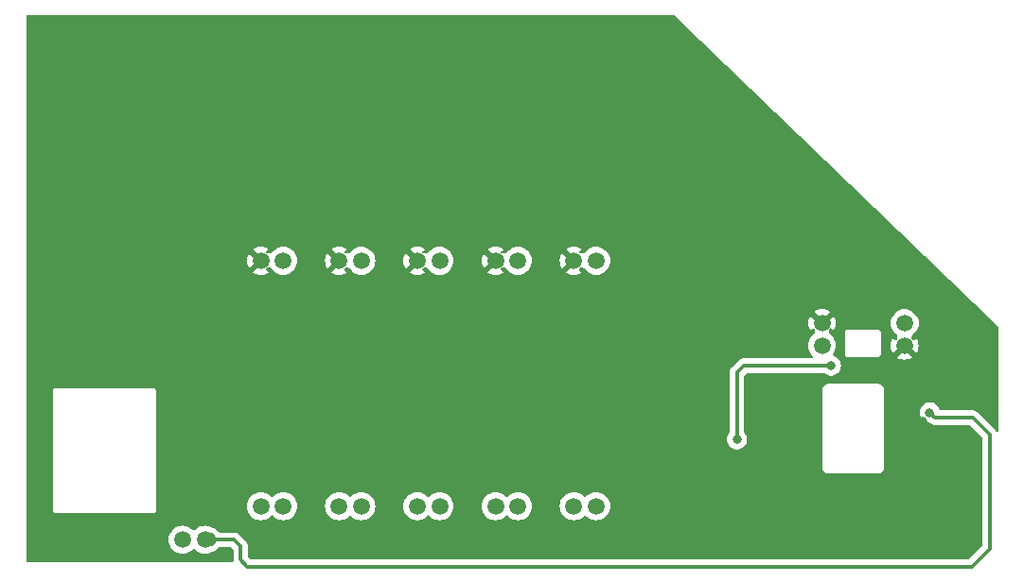
<source format=gbr>
%TF.GenerationSoftware,KiCad,Pcbnew,7.0.1*%
%TF.CreationDate,2023-07-02T20:59:24-04:00*%
%TF.ProjectId,business_card,62757369-6e65-4737-935f-636172642e6b,rev?*%
%TF.SameCoordinates,Original*%
%TF.FileFunction,Copper,L2,Bot*%
%TF.FilePolarity,Positive*%
%FSLAX46Y46*%
G04 Gerber Fmt 4.6, Leading zero omitted, Abs format (unit mm)*
G04 Created by KiCad (PCBNEW 7.0.1) date 2023-07-02 20:59:24*
%MOMM*%
%LPD*%
G01*
G04 APERTURE LIST*
%TA.AperFunction,ComponentPad*%
%ADD10C,1.500000*%
%TD*%
%TA.AperFunction,ViaPad*%
%ADD11C,0.800000*%
%TD*%
%TA.AperFunction,Conductor*%
%ADD12C,0.300000*%
%TD*%
G04 APERTURE END LIST*
D10*
%TO.P,C2,1*%
%TO.N,/3V3_SUPPLY*%
X109200000Y-58600000D03*
%TO.P,C2,2*%
%TO.N,GND*%
X109200000Y-56600000D03*
%TD*%
%TO.P,C1,1*%
%TO.N,/5V_USB*%
X116600000Y-56600000D03*
%TO.P,C1,2*%
%TO.N,GND*%
X116600000Y-58600000D03*
%TD*%
%TO.P,R6,1*%
%TO.N,Net-(BZ1-+)*%
X52000000Y-76000000D03*
%TO.P,R6,2*%
%TO.N,Net-(U1-PB1)*%
X54000000Y-76000000D03*
%TD*%
%TO.P,R5,1*%
%TO.N,Net-(U1-PA0)*%
X61000000Y-73000000D03*
%TO.P,R5,2*%
%TO.N,Net-(D5-A)*%
X59000000Y-73000000D03*
%TD*%
%TO.P,R4,1*%
%TO.N,Net-(U1-PA1)*%
X68000000Y-73000000D03*
%TO.P,R4,2*%
%TO.N,Net-(D4-A)*%
X66000000Y-73000000D03*
%TD*%
%TO.P,R3,1*%
%TO.N,Net-(U1-PA2)*%
X75000000Y-73000000D03*
%TO.P,R3,2*%
%TO.N,Net-(D3-A)*%
X73000000Y-73000000D03*
%TD*%
%TO.P,R2,1*%
%TO.N,Net-(U1-PA4)*%
X89000000Y-73000000D03*
%TO.P,R2,2*%
%TO.N,Net-(D2-A)*%
X87000000Y-73000000D03*
%TD*%
%TO.P,D5,1,K*%
%TO.N,GND*%
X59000000Y-51000000D03*
%TO.P,D5,2,A*%
%TO.N,Net-(D5-A)*%
X61000000Y-51000000D03*
%TD*%
%TO.P,D4,1,K*%
%TO.N,GND*%
X66000000Y-51000000D03*
%TO.P,D4,2,A*%
%TO.N,Net-(D4-A)*%
X68000000Y-51000000D03*
%TD*%
%TO.P,D3,1,K*%
%TO.N,GND*%
X73000000Y-51000000D03*
%TO.P,D3,2,A*%
%TO.N,Net-(D3-A)*%
X75000000Y-51000000D03*
%TD*%
%TO.P,D2,1,K*%
%TO.N,GND*%
X87000000Y-51000000D03*
%TO.P,D2,2,A*%
%TO.N,Net-(D2-A)*%
X89000000Y-51000000D03*
%TD*%
%TO.P,R1,1*%
%TO.N,Net-(U1-PA3)*%
X82000000Y-73000000D03*
%TO.P,R1,2*%
%TO.N,Net-(D1-A)*%
X80000000Y-73000000D03*
%TD*%
%TO.P,D1,1,K*%
%TO.N,GND*%
X80000000Y-51000000D03*
%TO.P,D1,2,A*%
%TO.N,Net-(D1-A)*%
X82000000Y-51000000D03*
%TD*%
D11*
%TO.N,GND*%
X115600000Y-50400000D03*
X116800000Y-50400000D03*
X116200000Y-49400000D03*
X39000000Y-77200000D03*
X40200000Y-77200000D03*
X39600000Y-76200000D03*
X38800000Y-30600000D03*
X40000000Y-30600000D03*
X39400000Y-29600000D03*
X95000000Y-30800000D03*
X96200000Y-30800000D03*
X95600000Y-29800000D03*
X122800000Y-57400000D03*
X124000000Y-57400000D03*
X123400000Y-56400000D03*
X121200000Y-75800000D03*
X120600000Y-76800000D03*
X121800000Y-76800000D03*
X118188385Y-65414285D03*
X118000000Y-60400000D03*
X116600000Y-60400000D03*
X111000000Y-48200000D03*
X112800000Y-54600000D03*
%TO.N,/3V3_SUPPLY*%
X101600000Y-67000000D03*
X110000000Y-60400000D03*
%TO.N,Net-(U1-PB1)*%
X118850500Y-64600000D03*
%TD*%
D12*
%TO.N,Net-(U1-PB1)*%
X56600000Y-76000000D02*
X54800000Y-76000000D01*
X57200000Y-76600000D02*
X56600000Y-76000000D01*
X57200000Y-77800000D02*
X57200000Y-76600000D01*
X57800000Y-78400000D02*
X57200000Y-77800000D01*
X124200000Y-76800000D02*
X122600000Y-78400000D01*
X119315500Y-65065000D02*
X122665000Y-65065000D01*
X122600000Y-78400000D02*
X57800000Y-78400000D01*
X118850500Y-64600000D02*
X119315500Y-65065000D01*
X124200000Y-66600000D02*
X124200000Y-76800000D01*
X122665000Y-65065000D02*
X124200000Y-66600000D01*
%TO.N,/3V3_SUPPLY*%
X101600000Y-61000000D02*
X101600000Y-67000000D01*
X102200000Y-60400000D02*
X101600000Y-61000000D01*
X110000000Y-60400000D02*
X102200000Y-60400000D01*
%TO.N,Net-(U1-PB1)*%
X54800000Y-76200000D02*
X54600000Y-76400000D01*
X54800000Y-76000000D02*
X54800000Y-76200000D01*
X54800000Y-75800000D02*
X54600000Y-75600000D01*
X54800000Y-76000000D02*
X54800000Y-75800000D01*
X54800000Y-76000000D02*
X54150000Y-76000000D01*
%TD*%
%TA.AperFunction,Conductor*%
%TO.N,GND*%
G36*
X95996353Y-29009027D02*
G01*
X96036035Y-29034793D01*
X96128429Y-29124000D01*
X124962130Y-56963436D01*
X124990140Y-57004186D01*
X125000000Y-57052642D01*
X125000000Y-66212776D01*
X124984662Y-66272514D01*
X124942442Y-66317473D01*
X124883786Y-66336531D01*
X124823203Y-66324974D01*
X124775682Y-66285661D01*
X124747738Y-66247199D01*
X124741325Y-66237436D01*
X124718084Y-66198138D01*
X124718081Y-66198135D01*
X124703068Y-66183122D01*
X124690435Y-66168330D01*
X124677963Y-66151163D01*
X124642779Y-66122056D01*
X124634140Y-66114194D01*
X123185434Y-64665488D01*
X123172091Y-64648833D01*
X123119166Y-64599134D01*
X123116369Y-64596423D01*
X123096034Y-64576088D01*
X123092547Y-64573383D01*
X123083671Y-64565801D01*
X123050394Y-64534552D01*
X123031793Y-64524326D01*
X123015532Y-64513645D01*
X122998764Y-64500638D01*
X122956870Y-64482508D01*
X122946379Y-64477369D01*
X122906367Y-64455372D01*
X122885800Y-64450091D01*
X122867398Y-64443791D01*
X122847924Y-64435364D01*
X122802837Y-64428223D01*
X122791398Y-64425854D01*
X122747178Y-64414500D01*
X122747177Y-64414500D01*
X122725955Y-64414500D01*
X122706556Y-64412973D01*
X122685596Y-64409653D01*
X122685595Y-64409653D01*
X122663558Y-64411736D01*
X122640139Y-64413950D01*
X122628470Y-64414500D01*
X119827161Y-64414500D01*
X119776726Y-64403780D01*
X119735011Y-64373472D01*
X119709230Y-64328818D01*
X119677679Y-64231715D01*
X119583033Y-64067783D01*
X119456370Y-63927110D01*
X119303230Y-63815848D01*
X119130302Y-63738855D01*
X118945148Y-63699500D01*
X118945146Y-63699500D01*
X118755854Y-63699500D01*
X118755852Y-63699500D01*
X118570697Y-63738855D01*
X118397769Y-63815848D01*
X118244629Y-63927110D01*
X118117966Y-64067783D01*
X118023320Y-64231715D01*
X117964826Y-64411742D01*
X117945040Y-64599999D01*
X117964826Y-64788257D01*
X118023320Y-64968284D01*
X118117966Y-65132216D01*
X118244629Y-65272889D01*
X118397769Y-65384151D01*
X118570697Y-65461144D01*
X118755852Y-65500500D01*
X118755854Y-65500500D01*
X118779692Y-65500500D01*
X118827146Y-65509939D01*
X118867375Y-65536820D01*
X118884465Y-65553911D01*
X118887942Y-65556608D01*
X118896825Y-65564194D01*
X118930107Y-65595448D01*
X118940751Y-65601299D01*
X118948704Y-65605672D01*
X118964964Y-65616352D01*
X118981736Y-65629362D01*
X119023640Y-65647495D01*
X119034120Y-65652629D01*
X119074132Y-65674627D01*
X119094695Y-65679906D01*
X119113098Y-65686207D01*
X119132573Y-65694635D01*
X119177675Y-65701778D01*
X119189070Y-65704137D01*
X119233323Y-65715500D01*
X119254551Y-65715500D01*
X119273949Y-65717026D01*
X119294905Y-65720346D01*
X119340351Y-65716050D01*
X119352021Y-65715500D01*
X122344192Y-65715500D01*
X122391645Y-65724939D01*
X122431873Y-65751819D01*
X123513181Y-66833126D01*
X123540061Y-66873354D01*
X123549500Y-66920807D01*
X123549500Y-76479192D01*
X123540061Y-76526645D01*
X123513181Y-76566873D01*
X122366873Y-77713181D01*
X122326645Y-77740061D01*
X122279192Y-77749500D01*
X58120808Y-77749500D01*
X58073355Y-77740061D01*
X58033127Y-77713181D01*
X57886819Y-77566873D01*
X57859939Y-77526645D01*
X57850500Y-77479192D01*
X57850500Y-76685504D01*
X57852841Y-76664294D01*
X57852704Y-76659939D01*
X57850560Y-76591736D01*
X57850500Y-76587842D01*
X57850500Y-76559081D01*
X57850500Y-76559075D01*
X57849946Y-76554695D01*
X57849030Y-76543054D01*
X57847597Y-76497431D01*
X57841675Y-76477048D01*
X57837732Y-76458011D01*
X57835071Y-76436942D01*
X57818264Y-76394492D01*
X57814483Y-76383448D01*
X57801745Y-76339604D01*
X57801744Y-76339603D01*
X57801744Y-76339601D01*
X57790934Y-76321322D01*
X57782380Y-76303862D01*
X57774568Y-76284129D01*
X57747723Y-76247180D01*
X57741332Y-76237451D01*
X57718081Y-76198135D01*
X57703068Y-76183122D01*
X57690435Y-76168330D01*
X57677963Y-76151163D01*
X57642779Y-76122056D01*
X57634140Y-76114194D01*
X57120434Y-75600488D01*
X57107091Y-75583833D01*
X57054166Y-75534134D01*
X57051369Y-75531423D01*
X57031034Y-75511088D01*
X57027547Y-75508383D01*
X57018671Y-75500801D01*
X56985394Y-75469552D01*
X56966793Y-75459326D01*
X56950532Y-75448645D01*
X56933764Y-75435638D01*
X56891870Y-75417508D01*
X56881379Y-75412369D01*
X56841367Y-75390372D01*
X56820800Y-75385091D01*
X56802398Y-75378791D01*
X56782924Y-75370364D01*
X56737837Y-75363223D01*
X56726398Y-75360854D01*
X56682178Y-75349500D01*
X56682177Y-75349500D01*
X56660955Y-75349500D01*
X56641556Y-75347973D01*
X56620596Y-75344653D01*
X56620595Y-75344653D01*
X56598558Y-75346736D01*
X56575139Y-75348950D01*
X56563470Y-75349500D01*
X55320808Y-75349500D01*
X55273355Y-75340061D01*
X55233127Y-75313181D01*
X55031039Y-75111092D01*
X54933764Y-75035638D01*
X54782924Y-74970364D01*
X54716580Y-74959856D01*
X54664857Y-74938959D01*
X54627639Y-74912898D01*
X54536205Y-74870261D01*
X54429331Y-74820425D01*
X54217974Y-74763792D01*
X54000000Y-74744722D01*
X53782025Y-74763792D01*
X53570668Y-74820425D01*
X53372361Y-74912898D01*
X53193122Y-75038402D01*
X53087681Y-75143844D01*
X53032094Y-75175938D01*
X52967906Y-75175938D01*
X52912319Y-75143844D01*
X52806880Y-75038405D01*
X52806877Y-75038402D01*
X52627639Y-74912898D01*
X52536205Y-74870261D01*
X52429331Y-74820425D01*
X52217974Y-74763792D01*
X52000000Y-74744722D01*
X51782025Y-74763792D01*
X51570668Y-74820425D01*
X51372361Y-74912898D01*
X51193122Y-75038402D01*
X51038402Y-75193122D01*
X50912898Y-75372361D01*
X50820425Y-75570668D01*
X50763792Y-75782025D01*
X50744722Y-75999999D01*
X50763792Y-76217974D01*
X50820425Y-76429331D01*
X50870261Y-76536205D01*
X50912898Y-76627639D01*
X51038402Y-76806877D01*
X51193123Y-76961598D01*
X51372361Y-77087102D01*
X51570670Y-77179575D01*
X51782023Y-77236207D01*
X52000000Y-77255277D01*
X52217977Y-77236207D01*
X52429330Y-77179575D01*
X52627639Y-77087102D01*
X52806877Y-76961598D01*
X52912318Y-76856156D01*
X52967906Y-76824062D01*
X53032094Y-76824062D01*
X53087681Y-76856156D01*
X53193123Y-76961598D01*
X53372361Y-77087102D01*
X53570670Y-77179575D01*
X53782023Y-77236207D01*
X54000000Y-77255277D01*
X54217977Y-77236207D01*
X54429330Y-77179575D01*
X54627639Y-77087102D01*
X54654116Y-77068561D01*
X54690643Y-77051061D01*
X54702565Y-77047597D01*
X54702569Y-77047597D01*
X54860398Y-77001744D01*
X55001865Y-76918081D01*
X55199518Y-76720426D01*
X55216163Y-76707093D01*
X55217937Y-76705203D01*
X55217940Y-76705202D01*
X55232574Y-76689617D01*
X55273721Y-76660699D01*
X55322968Y-76650500D01*
X56279192Y-76650500D01*
X56326645Y-76659939D01*
X56366873Y-76686819D01*
X56513181Y-76833127D01*
X56540061Y-76873355D01*
X56549500Y-76920808D01*
X56549500Y-77714495D01*
X56547158Y-77735704D01*
X56549439Y-77808262D01*
X56549500Y-77812157D01*
X56549500Y-77840926D01*
X56550053Y-77845307D01*
X56550968Y-77856938D01*
X56551445Y-77872101D01*
X56536169Y-77935735D01*
X56490628Y-77982731D01*
X56427506Y-78000000D01*
X38124000Y-78000000D01*
X38062000Y-77983387D01*
X38016613Y-77938000D01*
X38000000Y-77876000D01*
X38000000Y-73431755D01*
X40399500Y-73431755D01*
X40419126Y-73492159D01*
X40419127Y-73492160D01*
X40456458Y-73543542D01*
X40507840Y-73580873D01*
X40568244Y-73600500D01*
X40599901Y-73600500D01*
X40600000Y-73600500D01*
X40600500Y-73600500D01*
X49399500Y-73600500D01*
X49400099Y-73600500D01*
X49431755Y-73600500D01*
X49431756Y-73600500D01*
X49492160Y-73580873D01*
X49543542Y-73543542D01*
X49580873Y-73492160D01*
X49600500Y-73431756D01*
X49600500Y-73400000D01*
X49600500Y-73399500D01*
X49600500Y-72999999D01*
X57744722Y-72999999D01*
X57763792Y-73217974D01*
X57820425Y-73429331D01*
X57849723Y-73492160D01*
X57912898Y-73627639D01*
X58038402Y-73806877D01*
X58193123Y-73961598D01*
X58372361Y-74087102D01*
X58570670Y-74179575D01*
X58782023Y-74236207D01*
X59000000Y-74255277D01*
X59217977Y-74236207D01*
X59429330Y-74179575D01*
X59627639Y-74087102D01*
X59806877Y-73961598D01*
X59912321Y-73856153D01*
X59967905Y-73824062D01*
X60032092Y-73824062D01*
X60087680Y-73856155D01*
X60193123Y-73961598D01*
X60372361Y-74087102D01*
X60570670Y-74179575D01*
X60782023Y-74236207D01*
X61000000Y-74255277D01*
X61217977Y-74236207D01*
X61429330Y-74179575D01*
X61627639Y-74087102D01*
X61806877Y-73961598D01*
X61961598Y-73806877D01*
X62087102Y-73627639D01*
X62179575Y-73429330D01*
X62236207Y-73217977D01*
X62255277Y-73000000D01*
X62255277Y-72999999D01*
X64744722Y-72999999D01*
X64763792Y-73217974D01*
X64820425Y-73429331D01*
X64849723Y-73492160D01*
X64912898Y-73627639D01*
X65038402Y-73806877D01*
X65193123Y-73961598D01*
X65372361Y-74087102D01*
X65570670Y-74179575D01*
X65782023Y-74236207D01*
X66000000Y-74255277D01*
X66217977Y-74236207D01*
X66429330Y-74179575D01*
X66627639Y-74087102D01*
X66806877Y-73961598D01*
X66912321Y-73856153D01*
X66967905Y-73824062D01*
X67032092Y-73824062D01*
X67087680Y-73856155D01*
X67193123Y-73961598D01*
X67372361Y-74087102D01*
X67570670Y-74179575D01*
X67782023Y-74236207D01*
X68000000Y-74255277D01*
X68217977Y-74236207D01*
X68429330Y-74179575D01*
X68627639Y-74087102D01*
X68806877Y-73961598D01*
X68961598Y-73806877D01*
X69087102Y-73627639D01*
X69179575Y-73429330D01*
X69236207Y-73217977D01*
X69255277Y-73000000D01*
X69255277Y-72999999D01*
X71744722Y-72999999D01*
X71763792Y-73217974D01*
X71820425Y-73429331D01*
X71849723Y-73492160D01*
X71912898Y-73627639D01*
X72038402Y-73806877D01*
X72193123Y-73961598D01*
X72372361Y-74087102D01*
X72570670Y-74179575D01*
X72782023Y-74236207D01*
X73000000Y-74255277D01*
X73217977Y-74236207D01*
X73429330Y-74179575D01*
X73627639Y-74087102D01*
X73806877Y-73961598D01*
X73912321Y-73856153D01*
X73967905Y-73824062D01*
X74032092Y-73824062D01*
X74087680Y-73856155D01*
X74193123Y-73961598D01*
X74372361Y-74087102D01*
X74570670Y-74179575D01*
X74782023Y-74236207D01*
X75000000Y-74255277D01*
X75217977Y-74236207D01*
X75429330Y-74179575D01*
X75627639Y-74087102D01*
X75806877Y-73961598D01*
X75961598Y-73806877D01*
X76087102Y-73627639D01*
X76179575Y-73429330D01*
X76236207Y-73217977D01*
X76255277Y-73000000D01*
X78744722Y-73000000D01*
X78763792Y-73217974D01*
X78820425Y-73429331D01*
X78849723Y-73492160D01*
X78912898Y-73627639D01*
X79038402Y-73806877D01*
X79193123Y-73961598D01*
X79372361Y-74087102D01*
X79570670Y-74179575D01*
X79782023Y-74236207D01*
X80000000Y-74255277D01*
X80217977Y-74236207D01*
X80429330Y-74179575D01*
X80627639Y-74087102D01*
X80806877Y-73961598D01*
X80912321Y-73856153D01*
X80967905Y-73824062D01*
X81032092Y-73824062D01*
X81087680Y-73856155D01*
X81193123Y-73961598D01*
X81372361Y-74087102D01*
X81570670Y-74179575D01*
X81782023Y-74236207D01*
X82000000Y-74255277D01*
X82217977Y-74236207D01*
X82429330Y-74179575D01*
X82627639Y-74087102D01*
X82806877Y-73961598D01*
X82961598Y-73806877D01*
X83087102Y-73627639D01*
X83179575Y-73429330D01*
X83236207Y-73217977D01*
X83255277Y-73000000D01*
X85744722Y-73000000D01*
X85763792Y-73217974D01*
X85820425Y-73429331D01*
X85849723Y-73492160D01*
X85912898Y-73627639D01*
X86038402Y-73806877D01*
X86193123Y-73961598D01*
X86372361Y-74087102D01*
X86570670Y-74179575D01*
X86782023Y-74236207D01*
X87000000Y-74255277D01*
X87217977Y-74236207D01*
X87429330Y-74179575D01*
X87627639Y-74087102D01*
X87806877Y-73961598D01*
X87912321Y-73856153D01*
X87967905Y-73824062D01*
X88032092Y-73824062D01*
X88087680Y-73856155D01*
X88193123Y-73961598D01*
X88372361Y-74087102D01*
X88570670Y-74179575D01*
X88782023Y-74236207D01*
X89000000Y-74255277D01*
X89217977Y-74236207D01*
X89429330Y-74179575D01*
X89627639Y-74087102D01*
X89806877Y-73961598D01*
X89961598Y-73806877D01*
X90087102Y-73627639D01*
X90179575Y-73429330D01*
X90236207Y-73217977D01*
X90255277Y-73000000D01*
X90236207Y-72782023D01*
X90179575Y-72570670D01*
X90087102Y-72372362D01*
X89961598Y-72193123D01*
X89806877Y-72038402D01*
X89627639Y-71912898D01*
X89536205Y-71870261D01*
X89429331Y-71820425D01*
X89217974Y-71763792D01*
X88999999Y-71744722D01*
X88782025Y-71763792D01*
X88570668Y-71820425D01*
X88372361Y-71912898D01*
X88193122Y-72038402D01*
X88087681Y-72143844D01*
X88032094Y-72175938D01*
X87967906Y-72175938D01*
X87912319Y-72143844D01*
X87806880Y-72038405D01*
X87806879Y-72038404D01*
X87806877Y-72038402D01*
X87627639Y-71912898D01*
X87536205Y-71870261D01*
X87429331Y-71820425D01*
X87217974Y-71763792D01*
X86999999Y-71744722D01*
X86782025Y-71763792D01*
X86570668Y-71820425D01*
X86372361Y-71912898D01*
X86193122Y-72038402D01*
X86038402Y-72193122D01*
X85912898Y-72372361D01*
X85820425Y-72570668D01*
X85763792Y-72782025D01*
X85744722Y-73000000D01*
X83255277Y-73000000D01*
X83236207Y-72782023D01*
X83179575Y-72570670D01*
X83087102Y-72372362D01*
X82961598Y-72193123D01*
X82806877Y-72038402D01*
X82627639Y-71912898D01*
X82536205Y-71870261D01*
X82429331Y-71820425D01*
X82217974Y-71763792D01*
X81999999Y-71744722D01*
X81782025Y-71763792D01*
X81570668Y-71820425D01*
X81372361Y-71912898D01*
X81193122Y-72038402D01*
X81087681Y-72143844D01*
X81032094Y-72175938D01*
X80967906Y-72175938D01*
X80912319Y-72143844D01*
X80806880Y-72038405D01*
X80806879Y-72038404D01*
X80806877Y-72038402D01*
X80627639Y-71912898D01*
X80536205Y-71870261D01*
X80429331Y-71820425D01*
X80217974Y-71763792D01*
X79999999Y-71744722D01*
X79782025Y-71763792D01*
X79570668Y-71820425D01*
X79372361Y-71912898D01*
X79193122Y-72038402D01*
X79038402Y-72193122D01*
X78912898Y-72372361D01*
X78820425Y-72570668D01*
X78763792Y-72782025D01*
X78744722Y-73000000D01*
X76255277Y-73000000D01*
X76236207Y-72782023D01*
X76179575Y-72570670D01*
X76087102Y-72372362D01*
X75961598Y-72193123D01*
X75806877Y-72038402D01*
X75627639Y-71912898D01*
X75536205Y-71870261D01*
X75429331Y-71820425D01*
X75217974Y-71763792D01*
X74999999Y-71744722D01*
X74782025Y-71763792D01*
X74570668Y-71820425D01*
X74372361Y-71912898D01*
X74193122Y-72038402D01*
X74087681Y-72143844D01*
X74032094Y-72175938D01*
X73967906Y-72175938D01*
X73912319Y-72143844D01*
X73806880Y-72038405D01*
X73806879Y-72038404D01*
X73806877Y-72038402D01*
X73627639Y-71912898D01*
X73536205Y-71870261D01*
X73429331Y-71820425D01*
X73217974Y-71763792D01*
X72999999Y-71744722D01*
X72782025Y-71763792D01*
X72570668Y-71820425D01*
X72372361Y-71912898D01*
X72193122Y-72038402D01*
X72038402Y-72193122D01*
X71912898Y-72372361D01*
X71820425Y-72570668D01*
X71763792Y-72782025D01*
X71744722Y-72999999D01*
X69255277Y-72999999D01*
X69236207Y-72782023D01*
X69179575Y-72570670D01*
X69087102Y-72372362D01*
X68961598Y-72193123D01*
X68806877Y-72038402D01*
X68627639Y-71912898D01*
X68536205Y-71870261D01*
X68429331Y-71820425D01*
X68217974Y-71763792D01*
X67999999Y-71744722D01*
X67782025Y-71763792D01*
X67570668Y-71820425D01*
X67372361Y-71912898D01*
X67193121Y-72038403D01*
X67087679Y-72143844D01*
X67032092Y-72175937D01*
X66967905Y-72175937D01*
X66912318Y-72143843D01*
X66806880Y-72038405D01*
X66806879Y-72038404D01*
X66806877Y-72038402D01*
X66627639Y-71912898D01*
X66536205Y-71870261D01*
X66429331Y-71820425D01*
X66217974Y-71763792D01*
X65999999Y-71744722D01*
X65782025Y-71763792D01*
X65570668Y-71820425D01*
X65372361Y-71912898D01*
X65193122Y-72038402D01*
X65038402Y-72193122D01*
X64912898Y-72372361D01*
X64820425Y-72570668D01*
X64763792Y-72782025D01*
X64744722Y-72999999D01*
X62255277Y-72999999D01*
X62236207Y-72782023D01*
X62179575Y-72570670D01*
X62087102Y-72372362D01*
X61961598Y-72193123D01*
X61806877Y-72038402D01*
X61627639Y-71912898D01*
X61536205Y-71870261D01*
X61429331Y-71820425D01*
X61217974Y-71763792D01*
X60999999Y-71744722D01*
X60782025Y-71763792D01*
X60570668Y-71820425D01*
X60372361Y-71912898D01*
X60193121Y-72038403D01*
X60087679Y-72143844D01*
X60032092Y-72175937D01*
X59967905Y-72175937D01*
X59912318Y-72143843D01*
X59806880Y-72038405D01*
X59806879Y-72038404D01*
X59806877Y-72038402D01*
X59627639Y-71912898D01*
X59536205Y-71870261D01*
X59429331Y-71820425D01*
X59217974Y-71763792D01*
X58999999Y-71744722D01*
X58782025Y-71763792D01*
X58570668Y-71820425D01*
X58372361Y-71912898D01*
X58193122Y-72038402D01*
X58038402Y-72193122D01*
X57912898Y-72372361D01*
X57820425Y-72570668D01*
X57763792Y-72782025D01*
X57744722Y-72999999D01*
X49600500Y-72999999D01*
X49600500Y-69596394D01*
X109249500Y-69596394D01*
X109274596Y-69706350D01*
X109323532Y-69807967D01*
X109358196Y-69851433D01*
X109393854Y-69896146D01*
X109436964Y-69930525D01*
X109482032Y-69966467D01*
X109583649Y-70015403D01*
X109693606Y-70040500D01*
X109693607Y-70040500D01*
X109749901Y-70040500D01*
X109750000Y-70040500D01*
X109750500Y-70040500D01*
X114249500Y-70040500D01*
X114250099Y-70040500D01*
X114306393Y-70040500D01*
X114306394Y-70040500D01*
X114365646Y-70026976D01*
X114416351Y-70015403D01*
X114517967Y-69966467D01*
X114606146Y-69896146D01*
X114676467Y-69807967D01*
X114725403Y-69706351D01*
X114750500Y-69596393D01*
X114750500Y-69540000D01*
X114750500Y-69539500D01*
X114750500Y-62539901D01*
X114750500Y-62483607D01*
X114750301Y-62482737D01*
X114725403Y-62373649D01*
X114676467Y-62272032D01*
X114641804Y-62228567D01*
X114606146Y-62183854D01*
X114567023Y-62152654D01*
X114517967Y-62113532D01*
X114416350Y-62064596D01*
X114306394Y-62039500D01*
X114306393Y-62039500D01*
X114250099Y-62039500D01*
X109750500Y-62039500D01*
X109750000Y-62039500D01*
X109693607Y-62039500D01*
X109693606Y-62039500D01*
X109583649Y-62064596D01*
X109482032Y-62113532D01*
X109393854Y-62183854D01*
X109323532Y-62272032D01*
X109274596Y-62373649D01*
X109249500Y-62483606D01*
X109249500Y-69596394D01*
X49600500Y-69596394D01*
X49600500Y-67000000D01*
X100694540Y-67000000D01*
X100714326Y-67188257D01*
X100772820Y-67368284D01*
X100867466Y-67532216D01*
X100994129Y-67672889D01*
X101147269Y-67784151D01*
X101320197Y-67861144D01*
X101505352Y-67900500D01*
X101505354Y-67900500D01*
X101694646Y-67900500D01*
X101694648Y-67900500D01*
X101818084Y-67874262D01*
X101879803Y-67861144D01*
X102052730Y-67784151D01*
X102205871Y-67672888D01*
X102332533Y-67532216D01*
X102427179Y-67368284D01*
X102485674Y-67188256D01*
X102505460Y-67000000D01*
X102485674Y-66811744D01*
X102427179Y-66631716D01*
X102427179Y-66631715D01*
X102332535Y-66467786D01*
X102323002Y-66457199D01*
X102282348Y-66412048D01*
X102258736Y-66373516D01*
X102250500Y-66329078D01*
X102250500Y-61320808D01*
X102259939Y-61273355D01*
X102286819Y-61233127D01*
X102433127Y-61086819D01*
X102473355Y-61059939D01*
X102520808Y-61050500D01*
X109323025Y-61050500D01*
X109361343Y-61056569D01*
X109395907Y-61074180D01*
X109547270Y-61184151D01*
X109547271Y-61184151D01*
X109547272Y-61184152D01*
X109720197Y-61261144D01*
X109905352Y-61300500D01*
X109905354Y-61300500D01*
X110094646Y-61300500D01*
X110094648Y-61300500D01*
X110222354Y-61273355D01*
X110279803Y-61261144D01*
X110452730Y-61184151D01*
X110605871Y-61072888D01*
X110732533Y-60932216D01*
X110827179Y-60768284D01*
X110885674Y-60588256D01*
X110905460Y-60400000D01*
X110885674Y-60211744D01*
X110827179Y-60031716D01*
X110827179Y-60031715D01*
X110732533Y-59867783D01*
X110605870Y-59727110D01*
X110490272Y-59643124D01*
X115910426Y-59643124D01*
X115910427Y-59643125D01*
X115972610Y-59686666D01*
X116170840Y-59779102D01*
X116382113Y-59835712D01*
X116600000Y-59854775D01*
X116817886Y-59835712D01*
X117029159Y-59779102D01*
X117227385Y-59686667D01*
X117289572Y-59643124D01*
X116600001Y-58953553D01*
X116600000Y-58953553D01*
X115910426Y-59643124D01*
X110490272Y-59643124D01*
X110452730Y-59615848D01*
X110279801Y-59538854D01*
X110279714Y-59538836D01*
X110279266Y-59538616D01*
X110267896Y-59533554D01*
X110268084Y-59533131D01*
X110225378Y-59512185D01*
X110190128Y-59462990D01*
X110186086Y-59431755D01*
X111249500Y-59431755D01*
X111269126Y-59492159D01*
X111269127Y-59492160D01*
X111306458Y-59543542D01*
X111357840Y-59580873D01*
X111418244Y-59600500D01*
X111449901Y-59600500D01*
X111450000Y-59600500D01*
X111450500Y-59600500D01*
X114249500Y-59600500D01*
X114250099Y-59600500D01*
X114281755Y-59600500D01*
X114281756Y-59600500D01*
X114342160Y-59580873D01*
X114393542Y-59543542D01*
X114430873Y-59492160D01*
X114450500Y-59431756D01*
X114450500Y-59400000D01*
X114450500Y-59399500D01*
X114450500Y-57399901D01*
X114450500Y-57368244D01*
X114430873Y-57307840D01*
X114393542Y-57256458D01*
X114342160Y-57219127D01*
X114342159Y-57219126D01*
X114301382Y-57205877D01*
X114281756Y-57199500D01*
X114250099Y-57199500D01*
X111450500Y-57199500D01*
X111450000Y-57199500D01*
X111418244Y-57199500D01*
X111403431Y-57204313D01*
X111357840Y-57219126D01*
X111306458Y-57256458D01*
X111269126Y-57307840D01*
X111249500Y-57368245D01*
X111249500Y-59431755D01*
X110186086Y-59431755D01*
X110182361Y-59402970D01*
X110203925Y-59346427D01*
X110287102Y-59227639D01*
X110379575Y-59029330D01*
X110436207Y-58817977D01*
X110455277Y-58600000D01*
X110436207Y-58382023D01*
X110379575Y-58170670D01*
X110287102Y-57972362D01*
X110161598Y-57793123D01*
X110006877Y-57638402D01*
X109883374Y-57551924D01*
X109844511Y-57507608D01*
X109830500Y-57450351D01*
X109830500Y-57176309D01*
X109844015Y-57120014D01*
X109881615Y-57075991D01*
X109935102Y-57053836D01*
X109992818Y-57058378D01*
X110042181Y-57088628D01*
X110243124Y-57289572D01*
X110286667Y-57227385D01*
X110379102Y-57029159D01*
X110435712Y-56817886D01*
X110454775Y-56600000D01*
X115344722Y-56600000D01*
X115363792Y-56817974D01*
X115420425Y-57029331D01*
X115431852Y-57053836D01*
X115512898Y-57227639D01*
X115638402Y-57406877D01*
X115793123Y-57561598D01*
X115916625Y-57648075D01*
X115955489Y-57692392D01*
X115969500Y-57749649D01*
X115969500Y-58023691D01*
X115955985Y-58079986D01*
X115918385Y-58124009D01*
X115864898Y-58146164D01*
X115807182Y-58141622D01*
X115757819Y-58111372D01*
X115556875Y-57910427D01*
X115556874Y-57910428D01*
X115513333Y-57972611D01*
X115420897Y-58170840D01*
X115364287Y-58382113D01*
X115345224Y-58599999D01*
X115364287Y-58817886D01*
X115420898Y-59029161D01*
X115513331Y-59227386D01*
X115556873Y-59289571D01*
X115556874Y-59289572D01*
X116209628Y-58636819D01*
X116249856Y-58609939D01*
X116297309Y-58600500D01*
X116902691Y-58600500D01*
X116950144Y-58609939D01*
X116990372Y-58636819D01*
X117643124Y-59289572D01*
X117686667Y-59227385D01*
X117779102Y-59029159D01*
X117835712Y-58817886D01*
X117854775Y-58599999D01*
X117835712Y-58382113D01*
X117779102Y-58170840D01*
X117686667Y-57972615D01*
X117643123Y-57910428D01*
X117452181Y-58101372D01*
X117402818Y-58131622D01*
X117345102Y-58136164D01*
X117291615Y-58114009D01*
X117254015Y-58069986D01*
X117240500Y-58013691D01*
X117240500Y-57742647D01*
X117254511Y-57685390D01*
X117293374Y-57641073D01*
X117406877Y-57561598D01*
X117561598Y-57406877D01*
X117687102Y-57227639D01*
X117779575Y-57029330D01*
X117836207Y-56817977D01*
X117855277Y-56600000D01*
X117836207Y-56382023D01*
X117779575Y-56170670D01*
X117687102Y-55972362D01*
X117561598Y-55793123D01*
X117406877Y-55638402D01*
X117227639Y-55512898D01*
X117136205Y-55470261D01*
X117029331Y-55420425D01*
X116817974Y-55363792D01*
X116600000Y-55344722D01*
X116382025Y-55363792D01*
X116170668Y-55420425D01*
X115972361Y-55512898D01*
X115793122Y-55638402D01*
X115638402Y-55793122D01*
X115512898Y-55972361D01*
X115420425Y-56170668D01*
X115363792Y-56382025D01*
X115344722Y-56600000D01*
X110454775Y-56600000D01*
X110435712Y-56382113D01*
X110379102Y-56170840D01*
X110286667Y-55972615D01*
X110243123Y-55910428D01*
X109590372Y-56563181D01*
X109550144Y-56590061D01*
X109502691Y-56599500D01*
X108897309Y-56599500D01*
X108849856Y-56590061D01*
X108809628Y-56563181D01*
X108156875Y-55910427D01*
X108156874Y-55910428D01*
X108113333Y-55972611D01*
X108020897Y-56170840D01*
X107964287Y-56382113D01*
X107945224Y-56600000D01*
X107964287Y-56817886D01*
X108020898Y-57029161D01*
X108113331Y-57227386D01*
X108156873Y-57289571D01*
X108156874Y-57289572D01*
X108347819Y-57098628D01*
X108397182Y-57068378D01*
X108454898Y-57063836D01*
X108508385Y-57085991D01*
X108545985Y-57130014D01*
X108559500Y-57186309D01*
X108559500Y-57457354D01*
X108545489Y-57514611D01*
X108506623Y-57558929D01*
X108393122Y-57638402D01*
X108238402Y-57793122D01*
X108112898Y-57972361D01*
X108020425Y-58170668D01*
X107963792Y-58382025D01*
X107944722Y-58600000D01*
X107963792Y-58817974D01*
X108020379Y-59029161D01*
X108020425Y-59029330D01*
X108112898Y-59227639D01*
X108238402Y-59406877D01*
X108238405Y-59406879D01*
X108238405Y-59406880D01*
X108369344Y-59537819D01*
X108399594Y-59587182D01*
X108404136Y-59644898D01*
X108381981Y-59698385D01*
X108337958Y-59735985D01*
X108281663Y-59749500D01*
X102285504Y-59749500D01*
X102264294Y-59747158D01*
X102191737Y-59749439D01*
X102187842Y-59749500D01*
X102159071Y-59749500D01*
X102154690Y-59750053D01*
X102143059Y-59750968D01*
X102097428Y-59752402D01*
X102077052Y-59758322D01*
X102058006Y-59762267D01*
X102036939Y-59764928D01*
X101994492Y-59781734D01*
X101983445Y-59785516D01*
X101939601Y-59798255D01*
X101921330Y-59809060D01*
X101903864Y-59817617D01*
X101884129Y-59825431D01*
X101847202Y-59852260D01*
X101837442Y-59858671D01*
X101798136Y-59881917D01*
X101783125Y-59896928D01*
X101768336Y-59909558D01*
X101751164Y-59922034D01*
X101722057Y-59957218D01*
X101714196Y-59965856D01*
X101200484Y-60479568D01*
X101183831Y-60492910D01*
X101134133Y-60545833D01*
X101131427Y-60548626D01*
X101111083Y-60568971D01*
X101108376Y-60572460D01*
X101100807Y-60581321D01*
X101069551Y-60614607D01*
X101059322Y-60633212D01*
X101048645Y-60649467D01*
X101035636Y-60666238D01*
X101017506Y-60708132D01*
X101012370Y-60718616D01*
X100990372Y-60758632D01*
X100985091Y-60779199D01*
X100978791Y-60797600D01*
X100970364Y-60817074D01*
X100963223Y-60862161D01*
X100960855Y-60873598D01*
X100949500Y-60917824D01*
X100949500Y-60939045D01*
X100947973Y-60958444D01*
X100944653Y-60979403D01*
X100948950Y-61024861D01*
X100949500Y-61036530D01*
X100949500Y-66329078D01*
X100941264Y-66373516D01*
X100917651Y-66412048D01*
X100896840Y-66435161D01*
X100867464Y-66467786D01*
X100772820Y-66631715D01*
X100714326Y-66811742D01*
X100694540Y-67000000D01*
X49600500Y-67000000D01*
X49600500Y-62599901D01*
X49600500Y-62568244D01*
X49580873Y-62507840D01*
X49543542Y-62456458D01*
X49492160Y-62419127D01*
X49492159Y-62419126D01*
X49451382Y-62405877D01*
X49431756Y-62399500D01*
X49400099Y-62399500D01*
X40600500Y-62399500D01*
X40600000Y-62399500D01*
X40568244Y-62399500D01*
X40553431Y-62404313D01*
X40507840Y-62419126D01*
X40456458Y-62456458D01*
X40419126Y-62507840D01*
X40399500Y-62568245D01*
X40399500Y-73431755D01*
X38000000Y-73431755D01*
X38000000Y-55556875D01*
X108510427Y-55556875D01*
X109200000Y-56246447D01*
X109200001Y-56246447D01*
X109889572Y-55556875D01*
X109889571Y-55556873D01*
X109827386Y-55513331D01*
X109629161Y-55420898D01*
X109417886Y-55364287D01*
X109200000Y-55345224D01*
X108982113Y-55364287D01*
X108770840Y-55420897D01*
X108572611Y-55513333D01*
X108510428Y-55556874D01*
X108510427Y-55556875D01*
X38000000Y-55556875D01*
X38000000Y-52043124D01*
X58310426Y-52043124D01*
X58310427Y-52043125D01*
X58372610Y-52086666D01*
X58570840Y-52179102D01*
X58782113Y-52235712D01*
X59000000Y-52254775D01*
X59217886Y-52235712D01*
X59429159Y-52179102D01*
X59627385Y-52086667D01*
X59689572Y-52043124D01*
X59488628Y-51842181D01*
X59458378Y-51792818D01*
X59453836Y-51735102D01*
X59475991Y-51681615D01*
X59520014Y-51644015D01*
X59576309Y-51630500D01*
X59850351Y-51630500D01*
X59907608Y-51644511D01*
X59951924Y-51683374D01*
X60038402Y-51806877D01*
X60193123Y-51961598D01*
X60372361Y-52087102D01*
X60570670Y-52179575D01*
X60782023Y-52236207D01*
X61000000Y-52255277D01*
X61217977Y-52236207D01*
X61429330Y-52179575D01*
X61627639Y-52087102D01*
X61690446Y-52043124D01*
X65310426Y-52043124D01*
X65310427Y-52043125D01*
X65372610Y-52086666D01*
X65570840Y-52179102D01*
X65782113Y-52235712D01*
X66000000Y-52254775D01*
X66217886Y-52235712D01*
X66429159Y-52179102D01*
X66627385Y-52086667D01*
X66689572Y-52043124D01*
X66488628Y-51842181D01*
X66458378Y-51792818D01*
X66453836Y-51735102D01*
X66475991Y-51681615D01*
X66520014Y-51644015D01*
X66576309Y-51630500D01*
X66850351Y-51630500D01*
X66907608Y-51644511D01*
X66951924Y-51683374D01*
X67038402Y-51806877D01*
X67193123Y-51961598D01*
X67372361Y-52087102D01*
X67570670Y-52179575D01*
X67782023Y-52236207D01*
X68000000Y-52255277D01*
X68217977Y-52236207D01*
X68429330Y-52179575D01*
X68627639Y-52087102D01*
X68690446Y-52043124D01*
X72310426Y-52043124D01*
X72310427Y-52043125D01*
X72372610Y-52086666D01*
X72570840Y-52179102D01*
X72782113Y-52235712D01*
X73000000Y-52254775D01*
X73217886Y-52235712D01*
X73429159Y-52179102D01*
X73627385Y-52086667D01*
X73689572Y-52043124D01*
X73488628Y-51842181D01*
X73458378Y-51792818D01*
X73453836Y-51735102D01*
X73475991Y-51681615D01*
X73520014Y-51644015D01*
X73576309Y-51630500D01*
X73850351Y-51630500D01*
X73907608Y-51644511D01*
X73951924Y-51683374D01*
X74038402Y-51806877D01*
X74193123Y-51961598D01*
X74372361Y-52087102D01*
X74570670Y-52179575D01*
X74782023Y-52236207D01*
X75000000Y-52255277D01*
X75217977Y-52236207D01*
X75429330Y-52179575D01*
X75627639Y-52087102D01*
X75690446Y-52043124D01*
X79310426Y-52043124D01*
X79310427Y-52043125D01*
X79372610Y-52086666D01*
X79570840Y-52179102D01*
X79782113Y-52235712D01*
X80000000Y-52254775D01*
X80217886Y-52235712D01*
X80429159Y-52179102D01*
X80627385Y-52086667D01*
X80689572Y-52043124D01*
X80488628Y-51842181D01*
X80458378Y-51792818D01*
X80453836Y-51735102D01*
X80475991Y-51681615D01*
X80520014Y-51644015D01*
X80576309Y-51630500D01*
X80850351Y-51630500D01*
X80907608Y-51644511D01*
X80951924Y-51683374D01*
X81038402Y-51806877D01*
X81193123Y-51961598D01*
X81372361Y-52087102D01*
X81570670Y-52179575D01*
X81782023Y-52236207D01*
X82000000Y-52255277D01*
X82217977Y-52236207D01*
X82429330Y-52179575D01*
X82627639Y-52087102D01*
X82690446Y-52043124D01*
X86310426Y-52043124D01*
X86310427Y-52043125D01*
X86372610Y-52086666D01*
X86570840Y-52179102D01*
X86782113Y-52235712D01*
X87000000Y-52254775D01*
X87217886Y-52235712D01*
X87429159Y-52179102D01*
X87627385Y-52086667D01*
X87689572Y-52043124D01*
X87488628Y-51842181D01*
X87458378Y-51792818D01*
X87453836Y-51735102D01*
X87475991Y-51681615D01*
X87520014Y-51644015D01*
X87576309Y-51630500D01*
X87850351Y-51630500D01*
X87907608Y-51644511D01*
X87951924Y-51683374D01*
X88038402Y-51806877D01*
X88193123Y-51961598D01*
X88372361Y-52087102D01*
X88570670Y-52179575D01*
X88782023Y-52236207D01*
X89000000Y-52255277D01*
X89217977Y-52236207D01*
X89429330Y-52179575D01*
X89627639Y-52087102D01*
X89806877Y-51961598D01*
X89961598Y-51806877D01*
X90087102Y-51627639D01*
X90179575Y-51429330D01*
X90236207Y-51217977D01*
X90255277Y-51000000D01*
X90236207Y-50782023D01*
X90179575Y-50570670D01*
X90087102Y-50372362D01*
X89961598Y-50193123D01*
X89806877Y-50038402D01*
X89627639Y-49912898D01*
X89536205Y-49870261D01*
X89429331Y-49820425D01*
X89217974Y-49763792D01*
X89000000Y-49744722D01*
X88782025Y-49763792D01*
X88570668Y-49820425D01*
X88372361Y-49912898D01*
X88193122Y-50038402D01*
X88038402Y-50193122D01*
X87958929Y-50306623D01*
X87914611Y-50345489D01*
X87857354Y-50359500D01*
X87586309Y-50359500D01*
X87530014Y-50345985D01*
X87485991Y-50308385D01*
X87463836Y-50254898D01*
X87468378Y-50197182D01*
X87498628Y-50147819D01*
X87689572Y-49956874D01*
X87689571Y-49956873D01*
X87627386Y-49913331D01*
X87429161Y-49820898D01*
X87217886Y-49764287D01*
X87000000Y-49745224D01*
X86782113Y-49764287D01*
X86570840Y-49820897D01*
X86372611Y-49913333D01*
X86310428Y-49956874D01*
X86310427Y-49956875D01*
X86963181Y-50609628D01*
X86990061Y-50649856D01*
X86999500Y-50697309D01*
X86999500Y-51302691D01*
X86990061Y-51350144D01*
X86963181Y-51390372D01*
X86310426Y-52043124D01*
X82690446Y-52043124D01*
X82806877Y-51961598D01*
X82961598Y-51806877D01*
X83087102Y-51627639D01*
X83179575Y-51429330D01*
X83236207Y-51217977D01*
X83255277Y-51000000D01*
X85745224Y-51000000D01*
X85764287Y-51217886D01*
X85820898Y-51429161D01*
X85913331Y-51627386D01*
X85956873Y-51689571D01*
X85956875Y-51689572D01*
X86646447Y-51000001D01*
X86646447Y-51000000D01*
X85956875Y-50310427D01*
X85956874Y-50310428D01*
X85913333Y-50372611D01*
X85820897Y-50570840D01*
X85764287Y-50782113D01*
X85745224Y-51000000D01*
X83255277Y-51000000D01*
X83236207Y-50782023D01*
X83179575Y-50570670D01*
X83087102Y-50372362D01*
X82961598Y-50193123D01*
X82806877Y-50038402D01*
X82627639Y-49912898D01*
X82536205Y-49870261D01*
X82429331Y-49820425D01*
X82217974Y-49763792D01*
X82000000Y-49744722D01*
X81782025Y-49763792D01*
X81570668Y-49820425D01*
X81372361Y-49912898D01*
X81193122Y-50038402D01*
X81038402Y-50193122D01*
X80958929Y-50306623D01*
X80914611Y-50345489D01*
X80857354Y-50359500D01*
X80586309Y-50359500D01*
X80530014Y-50345985D01*
X80485991Y-50308385D01*
X80463836Y-50254898D01*
X80468378Y-50197182D01*
X80498628Y-50147819D01*
X80689572Y-49956874D01*
X80689571Y-49956873D01*
X80627386Y-49913331D01*
X80429161Y-49820898D01*
X80217886Y-49764287D01*
X80000000Y-49745224D01*
X79782113Y-49764287D01*
X79570840Y-49820897D01*
X79372611Y-49913333D01*
X79310428Y-49956874D01*
X79310427Y-49956875D01*
X79963181Y-50609628D01*
X79990061Y-50649856D01*
X79999500Y-50697309D01*
X79999500Y-51302691D01*
X79990061Y-51350144D01*
X79963181Y-51390372D01*
X79310426Y-52043124D01*
X75690446Y-52043124D01*
X75806877Y-51961598D01*
X75961598Y-51806877D01*
X76087102Y-51627639D01*
X76179575Y-51429330D01*
X76236207Y-51217977D01*
X76255277Y-51000000D01*
X78745224Y-51000000D01*
X78764287Y-51217886D01*
X78820898Y-51429161D01*
X78913331Y-51627386D01*
X78956873Y-51689571D01*
X78956875Y-51689572D01*
X79646447Y-51000001D01*
X79646447Y-51000000D01*
X78956875Y-50310427D01*
X78956874Y-50310428D01*
X78913333Y-50372611D01*
X78820897Y-50570840D01*
X78764287Y-50782113D01*
X78745224Y-51000000D01*
X76255277Y-51000000D01*
X76236207Y-50782023D01*
X76179575Y-50570670D01*
X76087102Y-50372362D01*
X75961598Y-50193123D01*
X75806877Y-50038402D01*
X75627639Y-49912898D01*
X75536205Y-49870261D01*
X75429331Y-49820425D01*
X75217974Y-49763792D01*
X75000000Y-49744722D01*
X74782025Y-49763792D01*
X74570668Y-49820425D01*
X74372361Y-49912898D01*
X74193122Y-50038402D01*
X74038402Y-50193122D01*
X73958929Y-50306623D01*
X73914611Y-50345489D01*
X73857354Y-50359500D01*
X73586309Y-50359500D01*
X73530014Y-50345985D01*
X73485991Y-50308385D01*
X73463836Y-50254898D01*
X73468378Y-50197182D01*
X73498628Y-50147819D01*
X73689572Y-49956874D01*
X73689571Y-49956873D01*
X73627386Y-49913331D01*
X73429161Y-49820898D01*
X73217886Y-49764287D01*
X73000000Y-49745224D01*
X72782113Y-49764287D01*
X72570840Y-49820897D01*
X72372611Y-49913333D01*
X72310428Y-49956874D01*
X72310427Y-49956875D01*
X72963181Y-50609628D01*
X72990061Y-50649856D01*
X72999500Y-50697309D01*
X72999500Y-51302691D01*
X72990061Y-51350144D01*
X72963181Y-51390372D01*
X72310426Y-52043124D01*
X68690446Y-52043124D01*
X68806877Y-51961598D01*
X68961598Y-51806877D01*
X69087102Y-51627639D01*
X69179575Y-51429330D01*
X69236207Y-51217977D01*
X69255277Y-51000000D01*
X71745224Y-51000000D01*
X71764287Y-51217886D01*
X71820898Y-51429161D01*
X71913331Y-51627386D01*
X71956873Y-51689571D01*
X71956875Y-51689572D01*
X72646447Y-51000001D01*
X72646447Y-51000000D01*
X71956875Y-50310427D01*
X71956874Y-50310428D01*
X71913333Y-50372611D01*
X71820897Y-50570840D01*
X71764287Y-50782113D01*
X71745224Y-51000000D01*
X69255277Y-51000000D01*
X69236207Y-50782023D01*
X69179575Y-50570670D01*
X69087102Y-50372362D01*
X68961598Y-50193123D01*
X68806877Y-50038402D01*
X68627639Y-49912898D01*
X68536205Y-49870261D01*
X68429331Y-49820425D01*
X68217974Y-49763792D01*
X68000000Y-49744722D01*
X67782025Y-49763792D01*
X67570668Y-49820425D01*
X67372361Y-49912898D01*
X67193122Y-50038402D01*
X67038402Y-50193122D01*
X66958929Y-50306623D01*
X66914611Y-50345489D01*
X66857354Y-50359500D01*
X66586309Y-50359500D01*
X66530014Y-50345985D01*
X66485991Y-50308385D01*
X66463836Y-50254898D01*
X66468378Y-50197182D01*
X66498628Y-50147819D01*
X66689572Y-49956874D01*
X66689571Y-49956873D01*
X66627386Y-49913331D01*
X66429161Y-49820898D01*
X66217886Y-49764287D01*
X66000000Y-49745224D01*
X65782113Y-49764287D01*
X65570840Y-49820897D01*
X65372611Y-49913333D01*
X65310428Y-49956874D01*
X65310427Y-49956875D01*
X65963181Y-50609628D01*
X65990061Y-50649856D01*
X65999500Y-50697309D01*
X65999500Y-51302691D01*
X65990061Y-51350144D01*
X65963181Y-51390372D01*
X65310426Y-52043124D01*
X61690446Y-52043124D01*
X61806877Y-51961598D01*
X61961598Y-51806877D01*
X62087102Y-51627639D01*
X62179575Y-51429330D01*
X62236207Y-51217977D01*
X62255277Y-51000000D01*
X62255277Y-50999999D01*
X64745224Y-50999999D01*
X64764287Y-51217886D01*
X64820898Y-51429161D01*
X64913331Y-51627386D01*
X64956873Y-51689571D01*
X64956875Y-51689572D01*
X65646447Y-51000001D01*
X65646447Y-51000000D01*
X64956875Y-50310427D01*
X64956874Y-50310428D01*
X64913333Y-50372611D01*
X64820897Y-50570840D01*
X64764287Y-50782113D01*
X64745224Y-50999999D01*
X62255277Y-50999999D01*
X62236207Y-50782023D01*
X62179575Y-50570670D01*
X62087102Y-50372362D01*
X61961598Y-50193123D01*
X61806877Y-50038402D01*
X61627639Y-49912898D01*
X61536205Y-49870261D01*
X61429331Y-49820425D01*
X61217974Y-49763792D01*
X61000000Y-49744722D01*
X60782025Y-49763792D01*
X60570668Y-49820425D01*
X60372361Y-49912898D01*
X60193122Y-50038402D01*
X60038402Y-50193122D01*
X59958929Y-50306623D01*
X59914611Y-50345489D01*
X59857354Y-50359500D01*
X59586309Y-50359500D01*
X59530014Y-50345985D01*
X59485991Y-50308385D01*
X59463836Y-50254898D01*
X59468378Y-50197182D01*
X59498628Y-50147819D01*
X59689572Y-49956874D01*
X59689571Y-49956873D01*
X59627386Y-49913331D01*
X59429161Y-49820898D01*
X59217886Y-49764287D01*
X59000000Y-49745224D01*
X58782113Y-49764287D01*
X58570840Y-49820897D01*
X58372611Y-49913333D01*
X58310428Y-49956874D01*
X58310427Y-49956875D01*
X58963181Y-50609628D01*
X58990061Y-50649856D01*
X58999500Y-50697309D01*
X58999500Y-51302691D01*
X58990061Y-51350144D01*
X58963181Y-51390372D01*
X58310426Y-52043124D01*
X38000000Y-52043124D01*
X38000000Y-51000000D01*
X57745224Y-51000000D01*
X57764287Y-51217886D01*
X57820898Y-51429161D01*
X57913331Y-51627386D01*
X57956873Y-51689571D01*
X57956875Y-51689572D01*
X58646447Y-51000001D01*
X58646447Y-51000000D01*
X57956875Y-50310427D01*
X57956874Y-50310428D01*
X57913333Y-50372611D01*
X57820897Y-50570840D01*
X57764287Y-50782113D01*
X57745224Y-51000000D01*
X38000000Y-51000000D01*
X38000000Y-29124000D01*
X38016613Y-29062000D01*
X38062000Y-29016613D01*
X38124000Y-29000000D01*
X95949907Y-29000000D01*
X95996353Y-29009027D01*
G37*
%TD.AperFunction*%
%TD*%
M02*

</source>
